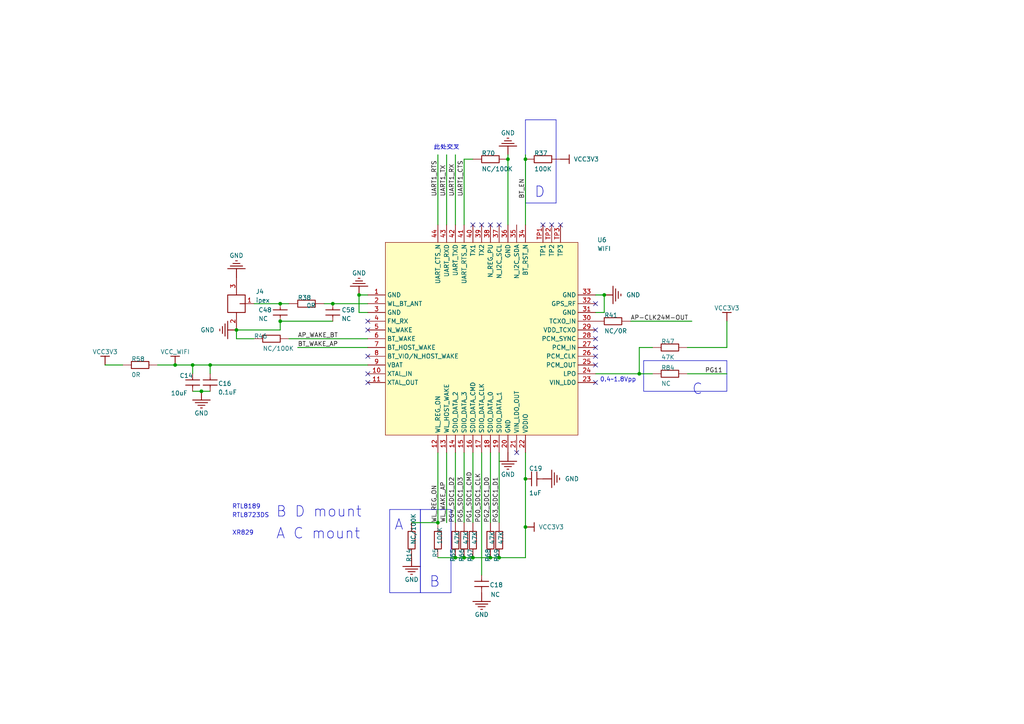
<source format=kicad_sch>
(kicad_sch (version 20211123) (generator eeschema)
  (paper "A4")
  (title_block (title "RF") (date "20150330"))
  (lib_symbols
    (symbol "WIFI-BT-altium-import:0_AP6212"
      (property "Value" "0_AP6212" (at 0 0 0))
      (symbol "0_AP6212_1_0"
        (rectangle (start 55.88 55.88) (end 0 0) (fill (type background)))
        (pin passive line (at -5.08 40.64 0) (length 5.08) (name "GND") (number "1"))
        (pin passive line (at -5.08 17.78 0) (length 5.08) (name "XTAL_IN") (number "10"))
        (pin passive line (at -5.08 15.24 0) (length 5.08) (name "XTAL_OUT") (number "11"))
        (pin passive line (at 15.24 -5.08 90) (length 5.08) (name "WL_REG_ON") (number "12"))
        (pin passive line (at 17.78 -5.08 90) (length 5.08) (name "WL_HOST_WAKE") (number "13"))
        (pin passive line (at 20.32 -5.08 90) (length 5.08) (name "SDIO_DATA_2") (number "14"))
        (pin passive line (at 22.86 -5.08 90) (length 5.08) (name "SDIO_DATA_3") (number "15"))
        (pin passive line (at 25.4 -5.08 90) (length 5.08) (name "SDIO_DATA_CMD") (number "16"))
        (pin passive line (at 27.94 -5.08 90) (length 5.08) (name "SDIO_DATA_CLK") (number "17"))
        (pin passive line (at 30.48 -5.08 90) (length 5.08) (name "SDIO_DATA_0") (number "18"))
        (pin passive line (at 33.02 -5.08 90) (length 5.08) (name "SDIO_DATA_1") (number "19"))
        (pin passive line (at -5.08 38.1 0) (length 5.08) (name "WL_BT_ANT") (number "2"))
        (pin passive line (at 35.56 -5.08 90) (length 5.08) (name "GND") (number "20"))
        (pin passive line (at 38.1 -5.08 90) (length 5.08) (name "VIN_LDO_OUT") (number "21"))
        (pin passive line (at 40.64 -5.08 90) (length 5.08) (name "VDDIO") (number "22"))
        (pin passive line (at 60.96 15.24 180) (length 5.08) (name "VIN_LDO") (number "23"))
        (pin passive line (at 60.96 17.78 180) (length 5.08) (name "LPO") (number "24"))
        (pin passive line (at 60.96 20.32 180) (length 5.08) (name "PCM_OUT") (number "25"))
        (pin passive line (at 60.96 22.86 180) (length 5.08) (name "PCM_CLK") (number "26"))
        (pin passive line (at 60.96 25.4 180) (length 5.08) (name "PCM_IN") (number "27"))
        (pin passive line (at 60.96 27.94 180) (length 5.08) (name "PCM_SYNC") (number "28"))
        (pin passive line (at 60.96 30.48 180) (length 5.08) (name "VDD_TCXO") (number "29"))
        (pin passive line (at -5.08 35.56 0) (length 5.08) (name "GND") (number "3"))
        (pin passive line (at 60.96 33.02 180) (length 5.08) (name "TCXO_IN") (number "30"))
        (pin passive line (at 60.96 35.56 180) (length 5.08) (name "GND") (number "31"))
        (pin passive line (at 60.96 38.1 180) (length 5.08) (name "GPS_RF") (number "32"))
        (pin passive line (at 60.96 40.64 180) (length 5.08) (name "GND") (number "33"))
        (pin passive line (at 40.64 60.96 270) (length 5.08) (name "BT_RST_N") (number "34"))
        (pin passive line (at 38.1 60.96 270) (length 5.08) (name "N_I2C_SDA") (number "35"))
        (pin passive line (at 35.56 60.96 270) (length 5.08) (name "GND") (number "36"))
        (pin passive line (at 33.02 60.96 270) (length 5.08) (name "N_I2C_SCL") (number "37"))
        (pin passive line (at 30.48 60.96 270) (length 5.08) (name "N_REG_PU") (number "38"))
        (pin passive line (at 27.94 60.96 270) (length 5.08) (name "TX2") (number "39"))
        (pin passive line (at -5.08 33.02 0) (length 5.08) (name "FM_RX") (number "4"))
        (pin passive line (at 25.4 60.96 270) (length 5.08) (name "TX1") (number "40"))
        (pin passive line (at 22.86 60.96 270) (length 5.08) (name "UART_RTS_N") (number "41"))
        (pin passive line (at 20.32 60.96 270) (length 5.08) (name "UART_TXD") (number "42"))
        (pin passive line (at 17.78 60.96 270) (length 5.08) (name "UART_RXD") (number "43"))
        (pin passive line (at 15.24 60.96 270) (length 5.08) (name "UART_CTS_N") (number "44"))
        (pin passive line (at -5.08 30.48 0) (length 5.08) (name "N_WAKE") (number "5"))
        (pin passive line (at -5.08 27.94 0) (length 5.08) (name "BT_WAKE") (number "6"))
        (pin passive line (at -5.08 25.4 0) (length 5.08) (name "BT_HOST_WAKE") (number "7"))
        (pin passive line (at -5.08 22.86 0) (length 5.08) (name "BT_VIO/N_HOST_WAKE") (number "8"))
        (pin passive line (at -5.08 20.32 0) (length 5.08) (name "VBAT") (number "9"))
        (pin passive line (at 45.72 60.96 270) (length 5.08) (name "TP1") (number "TP1"))
        (pin passive line (at 48.26 60.96 270) (length 5.08) (name "TP2") (number "TP2"))
        (pin passive line (at 50.8 60.96 270) (length 5.08) (name "TP3") (number "TP3"))
      )
    )
    (symbol "WIFI-BT-altium-import:0_mirrored_MCX_IPEX"
      (property "Value" "0_mirrored_MCX_IPEX" (at 0 0 0))
      (symbol "0_mirrored_MCX_IPEX_1_0"
        (polyline (pts (xy 0 2.54) (xy -1.524 2.54)) (stroke (width 0.254)))
        (polyline (pts (xy 0 0) (xy 0 5.08) (xy -5.08 5.08) (xy -5.08 0) (xy 0 0)) (stroke (width 0.254)))
        (pin passive line (at 2.54 2.54 180) (length 2.54) (name "Signal") (number "1"))
        (pin power_in line (at -2.54 -5.08 90) (length 5.08) (name "GND") (number "2"))
        (pin power_in line (at -2.54 10.16 270) (length 5.08) (name "GND") (number "3"))
      )
    )
    (symbol "WIFI-BT-altium-import:0_mirrored_RES"
      (property "Value" "0_mirrored_RES" (at 0 0 0))
      (symbol "0_mirrored_RES_1_0"
        (rectangle (start -2.794 1.016) (end -7.874 -1.016) (stroke (width 0.254)))
        (pin passive line (at -0.254 0 180) (length 2.54) (name "1") (number "1"))
        (pin passive line (at -10.414 0 0) (length 2.54) (name "2") (number "2"))
      )
    )
    (symbol "WIFI-BT-altium-import:1_RES"
      (property "Value" "1_RES" (at 0 0 0))
      (symbol "1_RES_1_0"
        (rectangle (start 1.016 7.874) (end -1.016 2.794) (stroke (width 0.254)))
        (pin passive line (at 0 0.254 90) (length 2.54) (name "1") (number "1"))
        (pin passive line (at 0 10.414 270) (length 2.54) (name "2") (number "2"))
      )
    )
    (symbol "WIFI-BT-altium-import:2_CAP"
      (property "Value" "2_CAP" (at 0 0 0))
      (symbol "2_CAP_1_0"
        (polyline (pts (xy -2.032 0.762) (xy 2.032 0.762)) (stroke (width 0.254)))
        (polyline (pts (xy 0 -1.27) (xy 0 -0.762)) (stroke (width 0.254)))
        (polyline (pts (xy 0 0.762) (xy 0 1.27)) (stroke (width 0.254)))
        (polyline (pts (xy 2.032 -0.762) (xy -2.032 -0.762)) (stroke (width 0.254)))
        (pin passive line (at 0 -2.54 90) (length 1.27) (name "1") (number "1"))
        (pin passive line (at 0 2.54 270) (length 1.27) (name "2") (number "2"))
      )
    )
    (symbol "WIFI-BT-altium-import:2_RES"
      (property "Value" "2_RES" (at 0 0 0))
      (symbol "2_RES_1_0"
        (rectangle (start -2.794 1.016) (end -7.874 -1.016) (stroke (width 0.254)))
        (pin passive line (at -0.254 0 180) (length 2.54) (name "1") (number "1"))
        (pin passive line (at -10.414 0 0) (length 2.54) (name "2") (number "2"))
      )
    )
    (symbol "WIFI-BT-altium-import:2_mirrored_RES"
      (property "Value" "2_mirrored_RES" (at 0 0 0))
      (symbol "2_mirrored_RES_1_0"
        (rectangle (start 7.874 1.016) (end 2.794 -1.016) (stroke (width 0.254)))
        (pin passive line (at 0.254 0 0) (length 2.54) (name "1") (number "1"))
        (pin passive line (at 10.414 0 180) (length 2.54) (name "2") (number "2"))
      )
    )
    (symbol "WIFI-BT-altium-import:3_CAP"
      (property "Value" "3_CAP" (at 0 0 0))
      (symbol "3_CAP_1_0"
        (polyline (pts (xy -0.762 -2.032) (xy -0.762 2.032)) (stroke (width 0.254)))
        (polyline (pts (xy -0.762 0) (xy -1.27 0)) (stroke (width 0.254)))
        (polyline (pts (xy 0.762 2.032) (xy 0.762 -2.032)) (stroke (width 0.254)))
        (polyline (pts (xy 1.27 0) (xy 0.762 0)) (stroke (width 0.254)))
        (pin passive line (at 2.54 0 180) (length 1.27) (name "1") (number "1"))
        (pin passive line (at -2.54 0 0) (length 1.27) (name "2") (number "2"))
      )
    )
    (symbol "WIFI-BT-altium-import:GND" (power)
      (property "Reference" "#PWR" (at 0 0 0))
      (property "Value" "GND" (at 0 6.35 0))
      (symbol "GND_0_0"
        (polyline (pts (xy -2.54 -2.54) (xy 2.54 -2.54)) (stroke (width 0.254)))
        (polyline (pts (xy -1.778 -3.302) (xy 1.778 -3.302)) (stroke (width 0.254)))
        (polyline (pts (xy -1.016 -4.064) (xy 1.016 -4.064)) (stroke (width 0.254)))
        (polyline (pts (xy -0.254 -4.826) (xy 0.254 -4.826)) (stroke (width 0.254)))
        (polyline (pts (xy 0 0) (xy 0 -2.54)) (stroke (width 0.254)))
        (pin power_in line (at 0 0 0) (length 0) hide (name "GND") (number ""))
      )
    )
    (symbol "WIFI-BT-altium-import:VCC3V3" (power)
      (property "Reference" "#PWR" (at 0 0 0))
      (property "Value" "VCC3V3" (at 0 3.81 0))
      (symbol "VCC3V3_0_0"
        (polyline (pts (xy -1.27 -2.54) (xy 1.27 -2.54)) (stroke (width 0.254)))
        (polyline (pts (xy 0 0) (xy 0 -2.54)) (stroke (width 0.254)))
        (pin power_in line (at 0 0 0) (length 0) hide (name "VCC3V3") (number ""))
      )
    )
    (symbol "WIFI-BT-altium-import:VCC_WIFI" (power)
      (property "Reference" "#PWR" (at 0 0 0))
      (property "Value" "VCC_WIFI" (at 0 3.81 0))
      (symbol "VCC_WIFI_0_0"
        (polyline (pts (xy -1.27 -2.54) (xy 1.27 -2.54)) (stroke (width 0.254)))
        (polyline (pts (xy 0 0) (xy 0 -2.54)) (stroke (width 0.254)))
        (pin power_in line (at 0 0 0) (length 0) hide (name "VCC_WIFI") (number ""))
      )
    )
  )
  (junction (at 104.14 85.5472))
  (junction (at 142.24 161.7472))
  (junction (at 134.62 161.7472))
  (junction (at 185.42 108.4072))
  (junction (at 96.52 88.0872))
  (junction (at 60.96 105.8672))
  (junction (at 68.58 95.7072))
  (junction (at 144.78 161.7472))
  (junction (at 55.88 105.8672))
  (junction (at 132.08 161.7472))
  (junction (at 81.28 88.0872))
  (junction (at 152.4 152.8572))
  (junction (at 127 151.5872))
  (junction (at 147.32 46.1772))
  (junction (at 152.4 138.8872))
  (junction (at 137.16 161.7472))
  (junction (at 81.28 93.1672))
  (junction (at 175.26 85.5472))
  (junction (at 152.4 46.1772))
  (junction (at 58.42 113.4872))
  (junction (at 50.8 105.8672))
  (no_connect (at 106.68 108.4072))
  (no_connect (at 172.72 110.9472))
  (no_connect (at 172.72 103.3272))
  (no_connect (at 162.56 65.2272))
  (no_connect (at 157.48 65.2272))
  (no_connect (at 106.68 110.9472))
  (no_connect (at 137.16 65.2272))
  (no_connect (at 172.72 95.7072))
  (no_connect (at 172.72 98.2472))
  (no_connect (at 106.68 95.7072))
  (no_connect (at 106.68 103.3272))
  (no_connect (at 172.72 88.0872))
  (no_connect (at 172.72 105.8672))
  (no_connect (at 172.72 100.7872))
  (no_connect (at 160.02 65.2272))
  (no_connect (at 149.86 131.2672))
  (no_connect (at 106.68 93.1672))
  (no_connect (at 142.24 65.2272))
  (no_connect (at 139.7 65.2272))
  (no_connect (at 144.78 65.2272))
  (wire (pts (xy 147.32 65.2272) (xy 147.32 46.1772)) (stroke (width 0.254)))
  (wire (pts (xy 182.88 93.1672) (xy 200.66 93.1672)) (stroke (width 0.254)))
  (wire (pts (xy 83.82 98.2472) (xy 106.68 98.2472)) (stroke (width 0.254)))
  (polyline (pts (xy 130.81 147.7772) (xy 130.81 171.9072)) (stroke (width 0) (type solid)))
  (polyline (pts (xy 152.4 58.8772) (xy 152.4 34.7472)) (stroke (width 0) (type solid)))
  (wire (pts (xy 144.78 161.7472) (xy 152.4 161.7472)) (stroke (width 0.254)))
  (wire (pts (xy 137.16 131.2672) (xy 137.16 151.5872)) (stroke (width 0.254)))
  (polyline (pts (xy 161.29 34.7472) (xy 152.4 34.7472)) (stroke (width 0) (type solid)))
  (polyline (pts (xy 113.03 171.9072) (xy 113.03 147.7772)) (stroke (width 0) (type solid)))
  (wire (pts (xy 172.72 90.6272) (xy 175.26 90.6272)) (stroke (width 0.254)))
  (wire (pts (xy 132.08 65.2272) (xy 132.08 44.9072)) (stroke (width 0.254)))
  (wire (pts (xy 119.38 151.5872) (xy 127 151.5872)) (stroke (width 0.254)))
  (wire (pts (xy 55.88 108.4072) (xy 55.88 105.8672)) (stroke (width 0.254)))
  (wire (pts (xy 55.88 105.8672) (xy 60.96 105.8672)) (stroke (width 0.254)))
  (wire (pts (xy 175.26 85.5472) (xy 172.72 85.5472)) (stroke (width 0.254)))
  (polyline (pts (xy 210.82 104.5972) (xy 210.82 113.4872)) (stroke (width 0) (type solid)))
  (wire (pts (xy 104.14 90.6272) (xy 106.68 90.6272)) (stroke (width 0.254)))
  (wire (pts (xy 129.54 65.2272) (xy 129.54 44.9072)) (stroke (width 0.254)))
  (wire (pts (xy 83.82 88.0872) (xy 81.28 88.0872)) (stroke (width 0.254)))
  (wire (pts (xy 129.54 131.2672) (xy 129.54 151.5872)) (stroke (width 0.254)))
  (polyline (pts (xy 152.4 58.8772) (xy 161.29 58.8772)) (stroke (width 0) (type solid)))
  (wire (pts (xy 134.62 46.1772) (xy 137.16 46.1772)) (stroke (width 0.254)))
  (wire (pts (xy 60.96 105.8672) (xy 106.68 105.8672)) (stroke (width 0.254)))
  (wire (pts (xy 50.8 105.8672) (xy 55.88 105.8672)) (stroke (width 0.254)))
  (wire (pts (xy 199.39 108.4072) (xy 210.82 108.4072)) (stroke (width 0.254)))
  (wire (pts (xy 210.82 100.7872) (xy 210.82 93.1672)) (stroke (width 0.254)))
  (wire (pts (xy 152.4 161.7472) (xy 152.4 152.8572)) (stroke (width 0.254)))
  (wire (pts (xy 152.4 46.1772) (xy 152.4 44.9072)) (stroke (width 0.254)))
  (wire (pts (xy 134.62 65.2272) (xy 134.62 46.1772)) (stroke (width 0.254)))
  (wire (pts (xy 96.52 93.1672) (xy 81.28 93.1672)) (stroke (width 0.254)))
  (polyline (pts (xy 121.92 171.9072) (xy 130.81 171.9072)) (stroke (width 0) (type solid)))
  (wire (pts (xy 144.78 131.2672) (xy 144.78 151.5872)) (stroke (width 0.254)))
  (wire (pts (xy 172.72 108.4072) (xy 185.42 108.4072)) (stroke (width 0.254)))
  (polyline (pts (xy 121.92 171.9072) (xy 121.92 147.7772)) (stroke (width 0) (type solid)))
  (wire (pts (xy 147.32 46.1772) (xy 147.32 44.9072)) (stroke (width 0.254)))
  (wire (pts (xy 139.7 131.2672) (xy 139.7 166.8272)) (stroke (width 0.254)))
  (wire (pts (xy 55.88 113.4872) (xy 58.42 113.4872)) (stroke (width 0.254)))
  (polyline (pts (xy 210.82 104.5972) (xy 186.69 104.5972)) (stroke (width 0) (type solid)))
  (wire (pts (xy 137.16 161.7472) (xy 142.24 161.7472)) (stroke (width 0.254)))
  (wire (pts (xy 58.42 113.4872) (xy 60.96 113.4872)) (stroke (width 0.254)))
  (wire (pts (xy 45.72 105.8672) (xy 50.8 105.8672)) (stroke (width 0.254)))
  (wire (pts (xy 73.66 98.2472) (xy 68.58 98.2472)) (stroke (width 0.254)))
  (wire (pts (xy 132.08 131.2672) (xy 132.08 151.5872)) (stroke (width 0.254)))
  (polyline (pts (xy 186.69 113.4872) (xy 210.82 113.4872)) (stroke (width 0) (type solid)))
  (wire (pts (xy 152.4 152.8572) (xy 152.4 138.8872)) (stroke (width 0.254)))
  (polyline (pts (xy 121.92 147.7772) (xy 121.92 171.9072)) (stroke (width 0) (type solid)))
  (polyline (pts (xy 186.69 113.4872) (xy 186.69 104.5972)) (stroke (width 0) (type solid)))
  (wire (pts (xy 81.28 88.0872) (xy 73.66 88.0872)) (stroke (width 0.254)))
  (polyline (pts (xy 121.92 147.7772) (xy 113.03 147.7772)) (stroke (width 0) (type solid)))
  (wire (pts (xy 81.28 93.1672) (xy 81.28 95.7072)) (stroke (width 0.254)))
  (wire (pts (xy 185.42 100.7872) (xy 185.42 108.4072)) (stroke (width 0.254)))
  (wire (pts (xy 86.36 100.7872) (xy 106.68 100.7872)) (stroke (width 0.254)))
  (wire (pts (xy 60.96 108.4072) (xy 60.96 105.8672)) (stroke (width 0.254)))
  (wire (pts (xy 152.4 138.8872) (xy 152.4 131.2672)) (stroke (width 0.254)))
  (polyline (pts (xy 161.29 34.7472) (xy 161.29 58.8772)) (stroke (width 0) (type solid)))
  (wire (pts (xy 35.56 105.8672) (xy 30.48 105.8672)) (stroke (width 0.254)))
  (wire (pts (xy 189.23 100.7872) (xy 185.42 100.7872)) (stroke (width 0.254)))
  (wire (pts (xy 175.26 90.6272) (xy 175.26 85.5472)) (stroke (width 0.254)))
  (wire (pts (xy 127 161.7472) (xy 132.08 161.7472)) (stroke (width 0.254)))
  (wire (pts (xy 81.28 95.7072) (xy 68.58 95.7072)) (stroke (width 0.254)))
  (wire (pts (xy 106.68 85.5472) (xy 104.14 85.5472)) (stroke (width 0.254)))
  (wire (pts (xy 132.08 161.7472) (xy 134.62 161.7472)) (stroke (width 0.254)))
  (wire (pts (xy 152.4 65.2272) (xy 152.4 46.1772)) (stroke (width 0.254)))
  (wire (pts (xy 68.58 98.2472) (xy 68.58 95.7072)) (stroke (width 0.254)))
  (wire (pts (xy 199.39 100.7872) (xy 210.82 100.7872)) (stroke (width 0.254)))
  (wire (pts (xy 142.24 161.7472) (xy 144.78 161.7472)) (stroke (width 0.254)))
  (polyline (pts (xy 113.03 171.9072) (xy 121.92 171.9072)) (stroke (width 0) (type solid)))
  (wire (pts (xy 93.98 88.0872) (xy 96.52 88.0872)) (stroke (width 0.254)))
  (wire (pts (xy 104.14 85.5472) (xy 104.14 90.6272)) (stroke (width 0.254)))
  (wire (pts (xy 185.42 108.4072) (xy 189.23 108.4072)) (stroke (width 0.254)))
  (wire (pts (xy 142.24 131.2672) (xy 142.24 151.5872)) (stroke (width 0.254)))
  (wire (pts (xy 127 65.2272) (xy 127 44.9072)) (stroke (width 0.254)))
  (wire (pts (xy 96.52 88.0872) (xy 106.68 88.0872)) (stroke (width 0.254)))
  (wire (pts (xy 134.62 131.2672) (xy 134.62 151.5872)) (stroke (width 0.254)))
  (wire (pts (xy 127 151.5872) (xy 127 131.2672)) (stroke (width 0.254)))
  (wire (pts (xy 134.62 161.7472) (xy 137.16 161.7472)) (stroke (width 0.254)))
  (polyline (pts (xy 130.81 147.7772) (xy 121.92 147.7772)) (stroke (width 0) (type solid)))
  (text "B D mount" (at 80.01 150.3172 180) (effects (font (size 3.048 3.048)) (justify left bottom)))
  (text "0.4~1.8Vpp" (at 173.99 110.9472 180) (effects (font (size 1.27 1.27)) (justify left bottom)))
  (text "C" (at 200.66 114.7572 180) (effects (font (size 3.048 3.048)) (justify left bottom)))
  (text "RTL8723DS" (at 67.31 150.3172 180) (effects (font (size 1.27 1.27)) (justify left bottom)))
  (text "B" (at 124.46 170.6372 180) (effects (font (size 3.048 3.048)) (justify left bottom)))
  (text "A" (at 114.3 154.1272 180) (effects (font (size 3.048 3.048)) (justify left bottom)))
  (text "RTL8189" (at 67.31 147.7772 180) (effects (font (size 1.27 1.27)) (justify left bottom)))
  (text "D" (at 154.94 57.6072 180) (effects (font (size 3.048 3.048)) (justify left bottom)))
  (text "此处交叉" (at 125.73 43.6372 180) (effects (font (size 1.27 1.27)) (justify left bottom)))
  (text "A C mount" (at 80.01 156.6672 180) (effects (font (size 3.048 3.048)) (justify left bottom)))
  (text "XR829" (at 67.31 155.3972 180) (effects (font (size 1.27 1.27)) (justify left bottom)))
  (label "PG11" (at 204.47 108.4072 0))
  (label "AP-CLK24M-OUT" (at 182.88 93.1672 0))
  (label "PG3_SDC1_D1" (at 144.78 151.5872 90))
  (label "UART1_RTS" (at 127 56.9722 90))
  (label "UART1_RX" (at 132.08 56.9722 90))
  (label "PG4_SDC1_D2" (at 132.08 151.5872 90))
  (label "PG2_SDC1_D0" (at 142.24 151.5872 90))
  (label "BT_EN" (at 152.4 57.6072 90))
  (label "WL_REG_ON" (at 127 151.5872 90))
  (label "PG1_SDC1_CMD" (at 137.16 151.5872 90))
  (label "BT_WAKE_AP" (at 86.36 100.7872 0))
  (label "WL_WAKE_AP" (at 129.54 151.5872 90))
  (label "UART1_TX" (at 129.54 56.9722 90))
  (label "PG0_SDC1_CLK" (at 139.7 151.5872 90))
  (label "UART1_CTS" (at 134.62 56.9722 90))
  (label "PG5_SDC1_D3" (at 134.62 151.5872 90))
  (label "AP_WAKE_BT" (at 86.36 98.2472 0))
  (symbol (lib_id "WIFI-BT-altium-import:GND") (at 68.58 95.7072 270) (unit 1)
    (property "Reference" "#PWR?" (effects hide))
    (property "Value" "GND" (at 62.23 95.7072 90) (effects (justify right)))
  )
  (symbol (lib_id "WIFI-BT-altium-import:1_RES") (at 144.78 162.0012 0) (unit 1)
    (property "Reference" "R69" (at 144.78 163.0172 90) (effects (justify left bottom)))
    (property "Value" "47K" (at 146.05 157.9372 90) (effects (justify left bottom)))
    (property "Footprint" "R0402" (effects hide))
  )
  (symbol (lib_id "WIFI-BT-altium-import:GND") (at 119.38 161.7472 0) (unit 1)
    (property "Reference" "#PWR?" (effects hide))
    (property "Value" "GND" (at 119.38 168.0972 0))
  )
  (symbol (lib_id "WIFI-BT-altium-import:0_AP6212") (at 111.76 126.1872 0) (unit 1)
    (property "Reference" "U6" (at 173.228 70.3072 0) (effects (justify left bottom)))
    (property "Value" "WIFI" (at 173.228 72.8472 0) (effects (justify left bottom)))
    (property "Footprint" "AP6212" (effects hide))
  )
  (symbol (lib_id "WIFI-BT-altium-import:0_mirrored_RES") (at 162.814 46.1772 0) (unit 1)
    (property "Reference" "R37" (at 154.94 45.1612 0) (effects (justify left bottom)))
    (property "Value" "100K" (at 154.94 49.7332 0) (effects (justify left bottom)))
    (property "Footprint" "R0402" (effects hide))
  )
  (symbol (lib_id "WIFI-BT-altium-import:1_RES") (at 142.24 162.0012 0) (unit 1)
    (property "Reference" "R68" (at 142.24 163.0172 90) (effects (justify left bottom)))
    (property "Value" "47K" (at 143.51 157.9372 90) (effects (justify left bottom)))
    (property "Footprint" "R0402" (effects hide))
  )
  (symbol (lib_id "WIFI-BT-altium-import:GND") (at 68.58 80.4672 180) (unit 1)
    (property "Reference" "#PWR?" (effects hide))
    (property "Value" "GND" (at 68.58 74.1172 0))
  )
  (symbol (lib_id "WIFI-BT-altium-import:2_RES") (at 45.974 105.8672 0) (unit 1)
    (property "Reference" "R58" (at 38.1 104.8512 0) (effects (justify left bottom)))
    (property "Value" "0R" (at 38.1 109.4232 0) (effects (justify left bottom)))
    (property "Footprint" "R0402" (effects hide))
  )
  (symbol (lib_id "WIFI-BT-altium-import:3_CAP") (at 154.94 138.8872 0) (unit 1)
    (property "Reference" "C19" (at 153.416 136.6012 0) (effects (justify left bottom)))
    (property "Value" "1uF" (at 153.416 143.7132 0) (effects (justify left bottom)))
    (property "Footprint" "C0402" (effects hide))
  )
  (symbol (lib_id "WIFI-BT-altium-import:2_CAP") (at 139.7 169.3672 0) (unit 1)
    (property "Reference" "C18" (at 141.986 170.3832 0) (effects (justify left bottom)))
    (property "Value" "NC" (at 142.24 173.1772 0) (effects (justify left bottom)))
    (property "Footprint" "C0402" (effects hide))
  )
  (symbol (lib_id "WIFI-BT-altium-import:VCC3V3") (at 210.82 93.1672 180) (unit 1)
    (property "Reference" "#PWR?" (effects hide))
    (property "Value" "VCC3V3" (at 210.82 89.3572 0))
  )
  (symbol (lib_id "WIFI-BT-altium-import:2_CAP") (at 81.28 90.6272 0) (unit 1)
    (property "Reference" "C48" (at 74.93 90.6272 0) (effects (justify left bottom)))
    (property "Value" "NC" (at 74.93 93.1672 0) (effects (justify left bottom)))
    (property "Footprint" "C0402" (effects hide))
  )
  (symbol (lib_id "WIFI-BT-altium-import:GND") (at 104.14 85.5472 180) (unit 1)
    (property "Reference" "#PWR?" (effects hide))
    (property "Value" "GND" (at 104.14 79.1972 0))
  )
  (symbol (lib_id "WIFI-BT-altium-import:2_CAP") (at 96.52 90.6272 0) (unit 1)
    (property "Reference" "C58" (at 99.06 90.6272 0) (effects (justify left bottom)))
    (property "Value" "NC" (at 99.06 93.1672 0) (effects (justify left bottom)))
    (property "Footprint" "C0402" (effects hide))
  )
  (symbol (lib_id "WIFI-BT-altium-import:VCC3V3") (at 162.56 46.1772 90) (unit 1)
    (property "Reference" "#PWR?" (effects hide))
    (property "Value" "VCC3V3" (at 166.37 46.1772 90) (effects (justify right)))
  )
  (symbol (lib_id "WIFI-BT-altium-import:1_RES") (at 137.16 162.0012 0) (unit 1)
    (property "Reference" "R67" (at 137.16 163.0172 90) (effects (justify left bottom)))
    (property "Value" "47K" (at 138.43 157.9372 90) (effects (justify left bottom)))
    (property "Footprint" "R0402" (effects hide))
  )
  (symbol (lib_id "WIFI-BT-altium-import:2_CAP") (at 60.96 110.9472 0) (unit 1)
    (property "Reference" "C16" (at 63.246 111.9632 0) (effects (justify left bottom)))
    (property "Value" "0.1uF" (at 63.246 114.5032 0) (effects (justify left bottom)))
    (property "Footprint" "C0402" (effects hide))
  )
  (symbol (lib_id "WIFI-BT-altium-import:1_RES") (at 119.38 162.0012 0) (unit 1)
    (property "Reference" "R14" (at 119.38 163.0172 90) (effects (justify left bottom)))
    (property "Value" "NC/100K" (at 120.65 157.9372 90) (effects (justify left bottom)))
    (property "Footprint" "R0402" (effects hide))
  )
  (symbol (lib_id "WIFI-BT-altium-import:0_mirrored_MCX_IPEX") (at 71.12 90.6272 0) (unit 1)
    (property "Reference" "J4" (at 74.168 85.2932 0) (effects (justify left bottom)))
    (property "Value" "ipex" (at 74.168 87.8332 0) (effects (justify left bottom)))
    (property "Footprint" "I-PEX SOCKET" (effects hide))
  )
  (symbol (lib_id "WIFI-BT-altium-import:VCC3V3") (at 30.48 105.8672 180) (unit 1)
    (property "Reference" "#PWR?" (effects hide))
    (property "Value" "VCC3V3" (at 30.48 102.0572 0))
  )
  (symbol (lib_id "WIFI-BT-altium-import:GND") (at 139.7 171.9072 0) (unit 1)
    (property "Reference" "#PWR?" (effects hide))
    (property "Value" "GND" (at 139.7 178.2572 0))
  )
  (symbol (lib_id "WIFI-BT-altium-import:2_mirrored_RES") (at 188.976 100.7872 0) (unit 1)
    (property "Reference" "R47" (at 191.77 99.7712 0) (effects (justify left bottom)))
    (property "Value" "47K" (at 191.77 104.3432 0) (effects (justify left bottom)))
    (property "Footprint" "R0402" (effects hide))
  )
  (symbol (lib_id "WIFI-BT-altium-import:1_RES") (at 132.08 162.0012 0) (unit 1)
    (property "Reference" "R65" (at 132.08 163.0172 90) (effects (justify left bottom)))
    (property "Value" "47K" (at 133.35 157.9372 90) (effects (justify left bottom)))
    (property "Footprint" "R0402" (effects hide))
  )
  (symbol (lib_id "WIFI-BT-altium-import:GND") (at 147.32 44.9072 180) (unit 1)
    (property "Reference" "#PWR?" (effects hide))
    (property "Value" "GND" (at 147.32 38.5572 0))
  )
  (symbol (lib_id "WIFI-BT-altium-import:2_CAP") (at 55.88 110.9472 0) (unit 1)
    (property "Reference" "C14" (at 52.07 109.6772 0) (effects (justify left bottom)))
    (property "Value" "10uF" (at 49.53 114.7572 0) (effects (justify left bottom)))
    (property "Footprint" "C0402" (effects hide))
  )
  (symbol (lib_id "WIFI-BT-altium-import:0_mirrored_RES") (at 199.644 108.4072 0) (unit 1)
    (property "Reference" "R84" (at 191.77 107.3912 0) (effects (justify left bottom)))
    (property "Value" "NC" (at 191.77 111.9632 0) (effects (justify left bottom)))
    (property "Footprint" "R0402" (effects hide))
  )
  (symbol (lib_id "WIFI-BT-altium-import:GND") (at 147.32 131.2672 0) (unit 1)
    (property "Reference" "#PWR?" (effects hide))
    (property "Value" "GND" (at 147.32 137.6172 0))
  )
  (symbol (lib_id "WIFI-BT-altium-import:1_RES") (at 127 162.0012 0) (unit 1)
    (property "Reference" "R5" (at 127 161.7472 90) (effects (justify left bottom)))
    (property "Value" "100K" (at 128.27 157.9372 90) (effects (justify left bottom)))
    (property "Footprint" "R0402" (effects hide))
  )
  (symbol (lib_id "WIFI-BT-altium-import:VCC_WIFI") (at 50.8 105.8672 180) (unit 1)
    (property "Reference" "#PWR?" (effects hide))
    (property "Value" "VCC_WIFI" (at 50.8 102.0572 0))
  )
  (symbol (lib_id "WIFI-BT-altium-import:VCC3V3") (at 152.4 152.8572 90) (unit 1)
    (property "Reference" "#PWR?" (effects hide))
    (property "Value" "VCC3V3" (at 156.21 152.8572 90) (effects (justify right)))
  )
  (symbol (lib_id "WIFI-BT-altium-import:1_RES") (at 134.62 162.0012 0) (unit 1)
    (property "Reference" "R66" (at 134.62 163.0172 90) (effects (justify left bottom)))
    (property "Value" "47K" (at 135.89 157.9372 90) (effects (justify left bottom)))
    (property "Footprint" "R0402" (effects hide))
  )
  (symbol (lib_id "WIFI-BT-altium-import:GND") (at 157.48 138.8872 90) (unit 1)
    (property "Reference" "#PWR?" (effects hide))
    (property "Value" "GND" (at 163.83 138.8872 90) (effects (justify right)))
  )
  (symbol (lib_id "WIFI-BT-altium-import:GND") (at 58.42 113.4872 0) (unit 1)
    (property "Reference" "#PWR?" (effects hide))
    (property "Value" "GND" (at 58.42 119.8372 0))
  )
  (symbol (lib_id "WIFI-BT-altium-import:2_RES") (at 183.134 93.1672 0) (unit 1)
    (property "Reference" "R41" (at 175.26 92.1512 0) (effects (justify left bottom)))
    (property "Value" "NC/0R" (at 175.26 96.7232 0) (effects (justify left bottom)))
    (property "Footprint" "R0402" (effects hide))
  )
  (symbol (lib_id "WIFI-BT-altium-import:GND") (at 175.26 85.5472 90) (unit 1)
    (property "Reference" "#PWR?" (effects hide))
    (property "Value" "GND" (at 181.61 85.5472 90) (effects (justify right)))
  )
  (symbol (lib_id "WIFI-BT-altium-import:0_mirrored_RES") (at 147.574 46.1772 0) (unit 1)
    (property "Reference" "R70" (at 139.7 45.1612 0) (effects (justify left bottom)))
    (property "Value" "NC/100K" (at 139.7 49.7332 0) (effects (justify left bottom)))
    (property "Footprint" "R0402" (effects hide))
  )
  (symbol (lib_id "WIFI-BT-altium-import:2_RES") (at 94.234 88.0872 0) (unit 1)
    (property "Reference" "R38" (at 86.36 87.0712 0) (effects (justify left bottom)))
    (property "Value" "0R" (at 88.9 89.3572 0) (effects (justify left bottom)))
    (property "Footprint" "R0402" (effects hide))
  )
  (symbol (lib_id "WIFI-BT-altium-import:2_RES") (at 84.074 98.2472 0) (unit 1)
    (property "Reference" "R46" (at 73.66 98.2472 0) (effects (justify left bottom)))
    (property "Value" "NC/100K" (at 76.2 101.8032 0) (effects (justify left bottom)))
    (property "Footprint" "R0402" (effects hide))
  )
)
</source>
